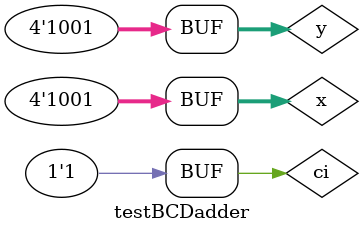
<source format=v>
`timescale 1ns / 1ps


module testBCDadder;

	// Inputs
	reg [3:0] x;
	reg [3:0] y;
	reg ci;

	// Outputs
	wire co;
	wire [3:0] s;

	// Instantiate the Unit Under Test (UUT)
	BCDadder uut (
		.x(x), 
		.y(y), 
		.ci(ci), 
		.co(co), 
		.s(s)
	);

	initial begin
		// Initialize Inputs
		x = 0;
		y = 0;
		ci = 0;

		// Wait 100 ns for global reset to finish
		#100;
        
		// Add stimulus here
		ci=0;
			  x[1]=1; x[0]=0;			//x=2
			  y[1]=1; y[0]=1;			//y=3
		
		#100 x=0;y=0;					//reset x,y
		
		#100 ci=0;
			  x[2]=1;					//x=4
			  y[2]=1; y[1]=1;			//y=6
		
		#100 x=0;y=0;					//reset x,y;
		
		#100 ci=1;
		x=9;			//x=9
		y=9;			//y=9
		

	
	end
      
endmodule


</source>
